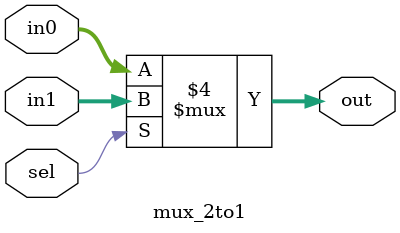
<source format=v>
module mux_2to1
	#(parameter WIDTH = 8)
	(in0, in1, out, sel);
	
	input [WIDTH-1:0] in0, in1;
	input sel;
	output reg [WIDTH-1:0] out;
	
	always @(*)
	begin
	
		if(sel == 1'b0)
			out = in0;
		else
			out = in1;
	
	end
	
endmodule

</source>
